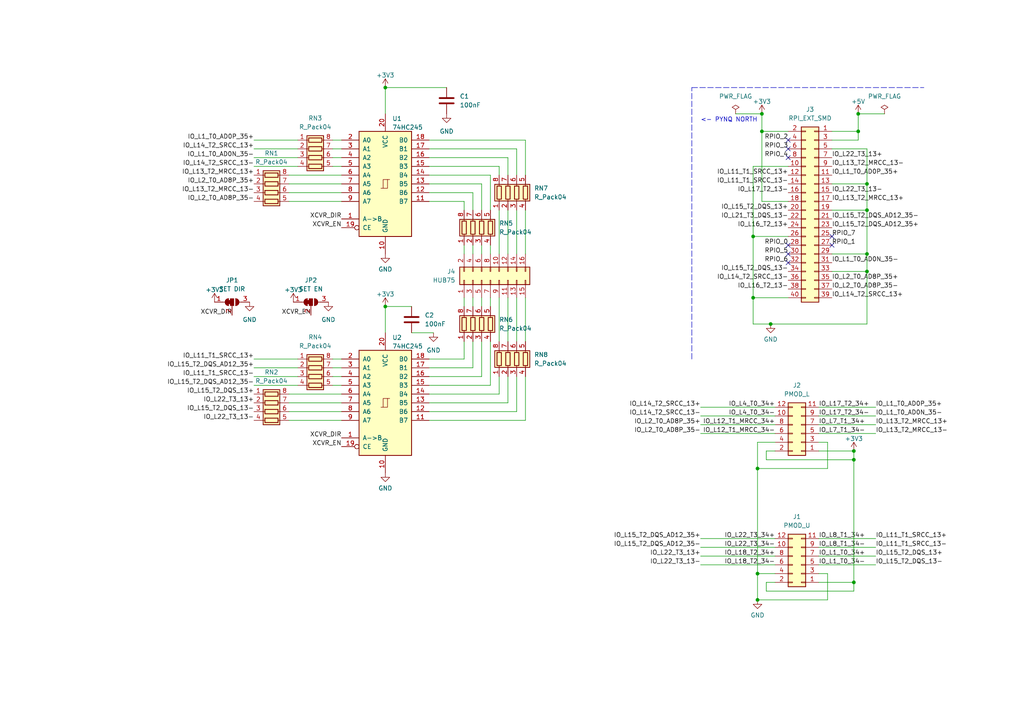
<source format=kicad_sch>
(kicad_sch (version 20211123) (generator eeschema)
  (paper "A4")
  (lib_symbols
    (symbol "74xx:74HC245" (pin_names (offset 1.016))
      (property "Reference" "U" (at -7.62 16.51 0))
      (property "Value" "74HC245" (at -7.62 -16.51 0))
      (symbol "74HC245_1_0"
        (polyline (pts (xy -0.635 -1.27) (xy -0.635 1.27) (xy 0.635 1.27)))
        (polyline (pts (xy -1.27 -1.27) (xy 0.635 -1.27) (xy 0.635 1.27) (xy 1.27 1.27)))
        (pin input line (at -12.7 -10.16 0) (length 5.08) (name "A->B") (number "1"))
        (pin power_in line (at 0 -20.32 90) (length 5.08) (name "GND") (number "10"))
        (pin tri_state line (at 12.7 -5.08 180) (length 5.08) (name "B7") (number "11"))
        (pin tri_state line (at 12.7 -2.54 180) (length 5.08) (name "B6") (number "12"))
        (pin tri_state line (at 12.7 0 180) (length 5.08) (name "B5") (number "13"))
        (pin tri_state line (at 12.7 2.54 180) (length 5.08) (name "B4") (number "14"))
        (pin tri_state line (at 12.7 5.08 180) (length 5.08) (name "B3") (number "15"))
        (pin tri_state line (at 12.7 7.62 180) (length 5.08) (name "B2") (number "16"))
        (pin tri_state line (at 12.7 10.16 180) (length 5.08) (name "B1") (number "17"))
        (pin tri_state line (at 12.7 12.7 180) (length 5.08) (name "B0") (number "18"))
        (pin input inverted (at -12.7 -12.7 0) (length 5.08) (name "CE") (number "19"))
        (pin tri_state line (at -12.7 12.7 0) (length 5.08) (name "A0") (number "2"))
        (pin power_in line (at 0 20.32 270) (length 5.08) (name "VCC") (number "20"))
        (pin tri_state line (at -12.7 10.16 0) (length 5.08) (name "A1") (number "3"))
        (pin tri_state line (at -12.7 7.62 0) (length 5.08) (name "A2") (number "4"))
        (pin tri_state line (at -12.7 5.08 0) (length 5.08) (name "A3") (number "5"))
        (pin tri_state line (at -12.7 2.54 0) (length 5.08) (name "A4") (number "6"))
        (pin tri_state line (at -12.7 0 0) (length 5.08) (name "A5") (number "7"))
        (pin tri_state line (at -12.7 -2.54 0) (length 5.08) (name "A6") (number "8"))
        (pin tri_state line (at -12.7 -5.08 0) (length 5.08) (name "A7") (number "9"))
      )
      (symbol "74HC245_1_1"
        (rectangle (start -7.62 15.24) (end 7.62 -15.24) (stroke (width 0.254)) (fill (type background)))
      )
    )
    (symbol "Connector_Generic:Conn_02x06_Odd_Even" (pin_names (offset 1.016) hide)
      (property "Reference" "J" (at 1.27 7.62 0))
      (property "Value" "Conn_02x06_Odd_Even" (at 1.27 -10.16 0))
      (symbol "Conn_02x06_Odd_Even_1_1"
        (rectangle (start -1.27 -7.493) (end 0 -7.747) (stroke (width 0.1524)))
        (rectangle (start -1.27 -4.953) (end 0 -5.207) (stroke (width 0.1524)))
        (rectangle (start -1.27 -2.413) (end 0 -2.667) (stroke (width 0.1524)))
        (rectangle (start -1.27 0.127) (end 0 -0.127) (stroke (width 0.1524)))
        (rectangle (start -1.27 2.667) (end 0 2.413) (stroke (width 0.1524)))
        (rectangle (start -1.27 5.207) (end 0 4.953) (stroke (width 0.1524)))
        (rectangle (start -1.27 6.35) (end 3.81 -8.89) (stroke (width 0.254)) (fill (type background)))
        (rectangle (start 3.81 -7.493) (end 2.54 -7.747) (stroke (width 0.1524)))
        (rectangle (start 3.81 -4.953) (end 2.54 -5.207) (stroke (width 0.1524)))
        (rectangle (start 3.81 -2.413) (end 2.54 -2.667) (stroke (width 0.1524)))
        (rectangle (start 3.81 0.127) (end 2.54 -0.127) (stroke (width 0.1524)))
        (rectangle (start 3.81 2.667) (end 2.54 2.413) (stroke (width 0.1524)))
        (rectangle (start 3.81 5.207) (end 2.54 4.953) (stroke (width 0.1524)))
        (pin passive line (at -5.08 5.08 0) (length 3.81) (name "Pin_1") (number "1"))
        (pin passive line (at 7.62 -5.08 180) (length 3.81) (name "Pin_10") (number "10"))
        (pin passive line (at -5.08 -7.62 0) (length 3.81) (name "Pin_11") (number "11"))
        (pin passive line (at 7.62 -7.62 180) (length 3.81) (name "Pin_12") (number "12"))
        (pin passive line (at 7.62 5.08 180) (length 3.81) (name "Pin_2") (number "2"))
        (pin passive line (at -5.08 2.54 0) (length 3.81) (name "Pin_3") (number "3"))
        (pin passive line (at 7.62 2.54 180) (length 3.81) (name "Pin_4") (number "4"))
        (pin passive line (at -5.08 0 0) (length 3.81) (name "Pin_5") (number "5"))
        (pin passive line (at 7.62 0 180) (length 3.81) (name "Pin_6") (number "6"))
        (pin passive line (at -5.08 -2.54 0) (length 3.81) (name "Pin_7") (number "7"))
        (pin passive line (at 7.62 -2.54 180) (length 3.81) (name "Pin_8") (number "8"))
        (pin passive line (at -5.08 -5.08 0) (length 3.81) (name "Pin_9") (number "9"))
      )
    )
    (symbol "Connector_Generic:Conn_02x08_Odd_Even" (pin_names (offset 1.016) hide)
      (property "Reference" "J" (at 1.27 10.16 0))
      (property "Value" "Conn_02x08_Odd_Even" (at 1.27 -12.7 0))
      (symbol "Conn_02x08_Odd_Even_1_1"
        (rectangle (start -1.27 -10.033) (end 0 -10.287) (stroke (width 0.1524)))
        (rectangle (start -1.27 -7.493) (end 0 -7.747) (stroke (width 0.1524)))
        (rectangle (start -1.27 -4.953) (end 0 -5.207) (stroke (width 0.1524)))
        (rectangle (start -1.27 -2.413) (end 0 -2.667) (stroke (width 0.1524)))
        (rectangle (start -1.27 0.127) (end 0 -0.127) (stroke (width 0.1524)))
        (rectangle (start -1.27 2.667) (end 0 2.413) (stroke (width 0.1524)))
        (rectangle (start -1.27 5.207) (end 0 4.953) (stroke (width 0.1524)))
        (rectangle (start -1.27 7.747) (end 0 7.493) (stroke (width 0.1524)))
        (rectangle (start -1.27 8.89) (end 3.81 -11.43) (stroke (width 0.254)) (fill (type background)))
        (rectangle (start 3.81 -10.033) (end 2.54 -10.287) (stroke (width 0.1524)))
        (rectangle (start 3.81 -7.493) (end 2.54 -7.747) (stroke (width 0.1524)))
        (rectangle (start 3.81 -4.953) (end 2.54 -5.207) (stroke (width 0.1524)))
        (rectangle (start 3.81 -2.413) (end 2.54 -2.667) (stroke (width 0.1524)))
        (rectangle (start 3.81 0.127) (end 2.54 -0.127) (stroke (width 0.1524)))
        (rectangle (start 3.81 2.667) (end 2.54 2.413) (stroke (width 0.1524)))
        (rectangle (start 3.81 5.207) (end 2.54 4.953) (stroke (width 0.1524)))
        (rectangle (start 3.81 7.747) (end 2.54 7.493) (stroke (width 0.1524)))
        (pin passive line (at -5.08 7.62 0) (length 3.81) (name "Pin_1") (number "1"))
        (pin passive line (at 7.62 -2.54 180) (length 3.81) (name "Pin_10") (number "10"))
        (pin passive line (at -5.08 -5.08 0) (length 3.81) (name "Pin_11") (number "11"))
        (pin passive line (at 7.62 -5.08 180) (length 3.81) (name "Pin_12") (number "12"))
        (pin passive line (at -5.08 -7.62 0) (length 3.81) (name "Pin_13") (number "13"))
        (pin passive line (at 7.62 -7.62 180) (length 3.81) (name "Pin_14") (number "14"))
        (pin passive line (at -5.08 -10.16 0) (length 3.81) (name "Pin_15") (number "15"))
        (pin passive line (at 7.62 -10.16 180) (length 3.81) (name "Pin_16") (number "16"))
        (pin passive line (at 7.62 7.62 180) (length 3.81) (name "Pin_2") (number "2"))
        (pin passive line (at -5.08 5.08 0) (length 3.81) (name "Pin_3") (number "3"))
        (pin passive line (at 7.62 5.08 180) (length 3.81) (name "Pin_4") (number "4"))
        (pin passive line (at -5.08 2.54 0) (length 3.81) (name "Pin_5") (number "5"))
        (pin passive line (at 7.62 2.54 180) (length 3.81) (name "Pin_6") (number "6"))
        (pin passive line (at -5.08 0 0) (length 3.81) (name "Pin_7") (number "7"))
        (pin passive line (at 7.62 0 180) (length 3.81) (name "Pin_8") (number "8"))
        (pin passive line (at -5.08 -2.54 0) (length 3.81) (name "Pin_9") (number "9"))
      )
    )
    (symbol "Connector_Generic:Conn_02x20_Odd_Even" (pin_names (offset 1.016) hide)
      (property "Reference" "J" (at 1.27 25.4 0))
      (property "Value" "Conn_02x20_Odd_Even" (at 1.27 -27.94 0))
      (symbol "Conn_02x20_Odd_Even_1_1"
        (rectangle (start -1.27 -25.273) (end 0 -25.527) (stroke (width 0.1524)))
        (rectangle (start -1.27 -22.733) (end 0 -22.987) (stroke (width 0.1524)))
        (rectangle (start -1.27 -20.193) (end 0 -20.447) (stroke (width 0.1524)))
        (rectangle (start -1.27 -17.653) (end 0 -17.907) (stroke (width 0.1524)))
        (rectangle (start -1.27 -15.113) (end 0 -15.367) (stroke (width 0.1524)))
        (rectangle (start -1.27 -12.573) (end 0 -12.827) (stroke (width 0.1524)))
        (rectangle (start -1.27 -10.033) (end 0 -10.287) (stroke (width 0.1524)))
        (rectangle (start -1.27 -7.493) (end 0 -7.747) (stroke (width 0.1524)))
        (rectangle (start -1.27 -4.953) (end 0 -5.207) (stroke (width 0.1524)))
        (rectangle (start -1.27 -2.413) (end 0 -2.667) (stroke (width 0.1524)))
        (rectangle (start -1.27 0.127) (end 0 -0.127) (stroke (width 0.1524)))
        (rectangle (start -1.27 2.667) (end 0 2.413) (stroke (width 0.1524)))
        (rectangle (start -1.27 5.207) (end 0 4.953) (stroke (width 0.1524)))
        (rectangle (start -1.27 7.747) (end 0 7.493) (stroke (width 0.1524)))
        (rectangle (start -1.27 10.287) (end 0 10.033) (stroke (width 0.1524)))
        (rectangle (start -1.27 12.827) (end 0 12.573) (stroke (width 0.1524)))
        (rectangle (start -1.27 15.367) (end 0 15.113) (stroke (width 0.1524)))
        (rectangle (start -1.27 17.907) (end 0 17.653) (stroke (width 0.1524)))
        (rectangle (start -1.27 20.447) (end 0 20.193) (stroke (width 0.1524)))
        (rectangle (start -1.27 22.987) (end 0 22.733) (stroke (width 0.1524)))
        (rectangle (start -1.27 24.13) (end 3.81 -26.67) (stroke (width 0.254)) (fill (type background)))
        (rectangle (start 3.81 -25.273) (end 2.54 -25.527) (stroke (width 0.1524)))
        (rectangle (start 3.81 -22.733) (end 2.54 -22.987) (stroke (width 0.1524)))
        (rectangle (start 3.81 -20.193) (end 2.54 -20.447) (stroke (width 0.1524)))
        (rectangle (start 3.81 -17.653) (end 2.54 -17.907) (stroke (width 0.1524)))
        (rectangle (start 3.81 -15.113) (end 2.54 -15.367) (stroke (width 0.1524)))
        (rectangle (start 3.81 -12.573) (end 2.54 -12.827) (stroke (width 0.1524)))
        (rectangle (start 3.81 -10.033) (end 2.54 -10.287) (stroke (width 0.1524)))
        (rectangle (start 3.81 -7.493) (end 2.54 -7.747) (stroke (width 0.1524)))
        (rectangle (start 3.81 -4.953) (end 2.54 -5.207) (stroke (width 0.1524)))
        (rectangle (start 3.81 -2.413) (end 2.54 -2.667) (stroke (width 0.1524)))
        (rectangle (start 3.81 0.127) (end 2.54 -0.127) (stroke (width 0.1524)))
        (rectangle (start 3.81 2.667) (end 2.54 2.413) (stroke (width 0.1524)))
        (rectangle (start 3.81 5.207) (end 2.54 4.953) (stroke (width 0.1524)))
        (rectangle (start 3.81 7.747) (end 2.54 7.493) (stroke (width 0.1524)))
        (rectangle (start 3.81 10.287) (end 2.54 10.033) (stroke (width 0.1524)))
        (rectangle (start 3.81 12.827) (end 2.54 12.573) (stroke (width 0.1524)))
        (rectangle (start 3.81 15.367) (end 2.54 15.113) (stroke (width 0.1524)))
        (rectangle (start 3.81 17.907) (end 2.54 17.653) (stroke (width 0.1524)))
        (rectangle (start 3.81 20.447) (end 2.54 20.193) (stroke (width 0.1524)))
        (rectangle (start 3.81 22.987) (end 2.54 22.733) (stroke (width 0.1524)))
        (pin passive line (at -5.08 22.86 0) (length 3.81) (name "Pin_1") (number "1"))
        (pin passive line (at 7.62 12.7 180) (length 3.81) (name "Pin_10") (number "10"))
        (pin passive line (at -5.08 10.16 0) (length 3.81) (name "Pin_11") (number "11"))
        (pin passive line (at 7.62 10.16 180) (length 3.81) (name "Pin_12") (number "12"))
        (pin passive line (at -5.08 7.62 0) (length 3.81) (name "Pin_13") (number "13"))
        (pin passive line (at 7.62 7.62 180) (length 3.81) (name "Pin_14") (number "14"))
        (pin passive line (at -5.08 5.08 0) (length 3.81) (name "Pin_15") (number "15"))
        (pin passive line (at 7.62 5.08 180) (length 3.81) (name "Pin_16") (number "16"))
        (pin passive line (at -5.08 2.54 0) (length 3.81) (name "Pin_17") (number "17"))
        (pin passive line (at 7.62 2.54 180) (length 3.81) (name "Pin_18") (number "18"))
        (pin passive line (at -5.08 0 0) (length 3.81) (name "Pin_19") (number "19"))
        (pin passive line (at 7.62 22.86 180) (length 3.81) (name "Pin_2") (number "2"))
        (pin passive line (at 7.62 0 180) (length 3.81) (name "Pin_20") (number "20"))
        (pin passive line (at -5.08 -2.54 0) (length 3.81) (name "Pin_21") (number "21"))
        (pin passive line (at 7.62 -2.54 180) (length 3.81) (name "Pin_22") (number "22"))
        (pin passive line (at -5.08 -5.08 0) (length 3.81) (name "Pin_23") (number "23"))
        (pin passive line (at 7.62 -5.08 180) (length 3.81) (name "Pin_24") (number "24"))
        (pin passive line (at -5.08 -7.62 0) (length 3.81) (name "Pin_25") (number "25"))
        (pin passive line (at 7.62 -7.62 180) (length 3.81) (name "Pin_26") (number "26"))
        (pin passive line (at -5.08 -10.16 0) (length 3.81) (name "Pin_27") (number "27"))
        (pin passive line (at 7.62 -10.16 180) (length 3.81) (name "Pin_28") (number "28"))
        (pin passive line (at -5.08 -12.7 0) (length 3.81) (name "Pin_29") (number "29"))
        (pin passive line (at -5.08 20.32 0) (length 3.81) (name "Pin_3") (number "3"))
        (pin passive line (at 7.62 -12.7 180) (length 3.81) (name "Pin_30") (number "30"))
        (pin passive line (at -5.08 -15.24 0) (length 3.81) (name "Pin_31") (number "31"))
        (pin passive line (at 7.62 -15.24 180) (length 3.81) (name "Pin_32") (number "32"))
        (pin passive line (at -5.08 -17.78 0) (length 3.81) (name "Pin_33") (number "33"))
        (pin passive line (at 7.62 -17.78 180) (length 3.81) (name "Pin_34") (number "34"))
        (pin passive line (at -5.08 -20.32 0) (length 3.81) (name "Pin_35") (number "35"))
        (pin passive line (at 7.62 -20.32 180) (length 3.81) (name "Pin_36") (number "36"))
        (pin passive line (at -5.08 -22.86 0) (length 3.81) (name "Pin_37") (number "37"))
        (pin passive line (at 7.62 -22.86 180) (length 3.81) (name "Pin_38") (number "38"))
        (pin passive line (at -5.08 -25.4 0) (length 3.81) (name "Pin_39") (number "39"))
        (pin passive line (at 7.62 20.32 180) (length 3.81) (name "Pin_4") (number "4"))
        (pin passive line (at 7.62 -25.4 180) (length 3.81) (name "Pin_40") (number "40"))
        (pin passive line (at -5.08 17.78 0) (length 3.81) (name "Pin_5") (number "5"))
        (pin passive line (at 7.62 17.78 180) (length 3.81) (name "Pin_6") (number "6"))
        (pin passive line (at -5.08 15.24 0) (length 3.81) (name "Pin_7") (number "7"))
        (pin passive line (at 7.62 15.24 180) (length 3.81) (name "Pin_8") (number "8"))
        (pin passive line (at -5.08 12.7 0) (length 3.81) (name "Pin_9") (number "9"))
      )
    )
    (symbol "Device:C" (pin_numbers hide) (pin_names (offset 0.254))
      (property "Reference" "C" (at 0.635 2.54 0))
      (property "Value" "C" (at 0.635 -2.54 0))
      (symbol "C_0_1"
        (polyline (pts (xy -2.032 -0.762) (xy 2.032 -0.762)) (stroke (width 0.508)))
        (polyline (pts (xy -2.032 0.762) (xy 2.032 0.762)) (stroke (width 0.508)))
      )
      (symbol "C_1_1"
        (pin passive line (at 0 3.81 270) (length 2.794) (name "~") (number "1"))
        (pin passive line (at 0 -3.81 90) (length 2.794) (name "~") (number "2"))
      )
    )
    (symbol "Device:R_Pack04" (pin_names (offset 0) hide)
      (property "Reference" "RN" (at -7.62 0 90))
      (property "Value" "R_Pack04" (at 5.08 0 90))
      (symbol "R_Pack04_0_1"
        (rectangle (start -6.35 -2.413) (end 3.81 2.413) (stroke (width 0.254)) (fill (type background)))
        (rectangle (start -5.715 1.905) (end -4.445 -1.905) (stroke (width 0.254)))
        (rectangle (start -3.175 1.905) (end -1.905 -1.905) (stroke (width 0.254)))
        (rectangle (start -0.635 1.905) (end 0.635 -1.905) (stroke (width 0.254)))
        (polyline (pts (xy -5.08 -2.54) (xy -5.08 -1.905)))
        (polyline (pts (xy -5.08 1.905) (xy -5.08 2.54)))
        (polyline (pts (xy -2.54 -2.54) (xy -2.54 -1.905)))
        (polyline (pts (xy -2.54 1.905) (xy -2.54 2.54)))
        (polyline (pts (xy 0 -2.54) (xy 0 -1.905)))
        (polyline (pts (xy 0 1.905) (xy 0 2.54)))
        (polyline (pts (xy 2.54 -2.54) (xy 2.54 -1.905)))
        (polyline (pts (xy 2.54 1.905) (xy 2.54 2.54)))
        (rectangle (start 1.905 1.905) (end 3.175 -1.905) (stroke (width 0.254)))
      )
      (symbol "R_Pack04_1_1"
        (pin passive line (at -5.08 -5.08 90) (length 2.54) (name "R1.1") (number "1"))
        (pin passive line (at -2.54 -5.08 90) (length 2.54) (name "R2.1") (number "2"))
        (pin passive line (at 0 -5.08 90) (length 2.54) (name "R3.1") (number "3"))
        (pin passive line (at 2.54 -5.08 90) (length 2.54) (name "R4.1") (number "4"))
        (pin passive line (at 2.54 5.08 270) (length 2.54) (name "R4.2") (number "5"))
        (pin passive line (at 0 5.08 270) (length 2.54) (name "R3.2") (number "6"))
        (pin passive line (at -2.54 5.08 270) (length 2.54) (name "R2.2") (number "7"))
        (pin passive line (at -5.08 5.08 270) (length 2.54) (name "R1.2") (number "8"))
      )
    )
    (symbol "Jumper:SolderJumper_3_Bridged12" (pin_names (offset 0) hide)
      (property "Reference" "JP" (at -2.54 -2.54 0))
      (property "Value" "SolderJumper_3_Bridged12" (at 0 2.794 0))
      (symbol "SolderJumper_3_Bridged12_0_1"
        (rectangle (start -1.016 0.508) (end -0.508 -0.508) (fill (type outline)))
        (arc (start -1.016 1.016) (mid -2.032 0) (end -1.016 -1.016))
        (arc (start -1.016 1.016) (mid -2.032 0) (end -1.016 -1.016) (fill (type outline)))
        (rectangle (start -0.508 1.016) (end 0.508 -1.016) (fill (type outline)))
        (polyline (pts (xy -2.54 0) (xy -2.032 0)))
        (polyline (pts (xy -1.016 1.016) (xy -1.016 -1.016)))
        (polyline (pts (xy 0 -1.27) (xy 0 -1.016)))
        (polyline (pts (xy 1.016 1.016) (xy 1.016 -1.016)))
        (polyline (pts (xy 2.54 0) (xy 2.032 0)))
        (arc (start 1.016 -1.016) (mid 2.032 0) (end 1.016 1.016))
        (arc (start 1.016 -1.016) (mid 2.032 0) (end 1.016 1.016) (fill (type outline)))
      )
      (symbol "SolderJumper_3_Bridged12_1_1"
        (pin passive line (at -5.08 0 0) (length 2.54) (name "A") (number "1"))
        (pin passive line (at 0 -3.81 90) (length 2.54) (name "C") (number "2"))
        (pin passive line (at 5.08 0 180) (length 2.54) (name "B") (number "3"))
      )
    )
    (symbol "power:+3V3" (power) (pin_names (offset 0))
      (property "Value" "+3V3" (at 0 3.556 0))
      (symbol "+3V3_0_1"
        (polyline (pts (xy -0.762 1.27) (xy 0 2.54)))
        (polyline (pts (xy 0 0) (xy 0 2.54)))
        (polyline (pts (xy 0 2.54) (xy 0.762 1.27)))
      )
      (symbol "+3V3_1_1"
        (pin power_in line (at 0 0 90) (length 0) hide (name "+3V3") (number "1"))
      )
    )
    (symbol "power:+5V" (power) (pin_names (offset 0))
      (property "Value" "+5V" (at 0 3.556 0))
      (symbol "+5V_0_1"
        (polyline (pts (xy -0.762 1.27) (xy 0 2.54)))
        (polyline (pts (xy 0 0) (xy 0 2.54)))
        (polyline (pts (xy 0 2.54) (xy 0.762 1.27)))
      )
      (symbol "+5V_1_1"
        (pin power_in line (at 0 0 90) (length 0) hide (name "+5V") (number "1"))
      )
    )
    (symbol "power:GND" (power) (pin_names (offset 0))
      (property "Value" "GND" (at 0 -3.81 0))
      (symbol "GND_0_1"
        (polyline (pts (xy 0 0) (xy 0 -1.27) (xy 1.27 -1.27) (xy 0 -2.54) (xy -1.27 -1.27) (xy 0 -1.27)))
      )
      (symbol "GND_1_1"
        (pin power_in line (at 0 0 270) (length 0) hide (name "GND") (number "1"))
      )
    )
    (symbol "power:PWR_FLAG" (power) (pin_numbers hide) (pin_names (offset 0) hide)
      (property "Value" "PWR_FLAG" (at 0 3.81 0))
      (symbol "PWR_FLAG_0_0"
        (pin power_out line (at 0 0 90) (length 0) (name "pwr") (number "1"))
      )
      (symbol "PWR_FLAG_0_1"
        (polyline (pts (xy 0 0) (xy 0 1.27) (xy -1.016 1.905) (xy 0 2.54) (xy 1.016 1.905) (xy 0 1.27)))
      )
    )
  )
  (junction (at 219.71 173.99))
  (junction (at 219.71 135.89))
  (junction (at 247.65 168.91))
  (junction (at 251.46 78.74))
  (junction (at 218.44 68.58))
  (junction (at 111.76 25.4))
  (junction (at 111.76 88.9))
  (junction (at 248.92 33.02))
  (junction (at 251.46 53.34))
  (junction (at 220.98 38.1))
  (junction (at 248.92 38.1))
  (junction (at 220.98 33.02))
  (junction (at 223.52 93.98))
  (junction (at 247.65 130.81))
  (junction (at 218.44 86.36))
  (junction (at 219.71 166.37))
  (junction (at 251.46 73.66))
  (junction (at 247.65 133.35))
  (junction (at 251.46 60.96))
  (no_connect (at 228.6 71.12))
  (no_connect (at 228.6 76.2))
  (no_connect (at 241.3 68.58))
  (no_connect (at 228.6 43.18))
  (no_connect (at 228.6 40.64))
  (no_connect (at 228.6 73.66))
  (no_connect (at 241.3 71.12))
  (no_connect (at 228.6 45.72))
  (wire (pts (xy 144.78 48.26) (xy 144.78 50.8)))
  (wire (pts (xy 137.16 71.12) (xy 137.16 73.66)))
  (wire (pts (xy 73.66 104.14) (xy 86.36 104.14)))
  (wire (pts (xy 248.92 40.64) (xy 248.92 38.1)))
  (wire (pts (xy 142.24 50.8) (xy 142.24 60.96)))
  (wire (pts (xy 254 161.29) (xy 237.49 161.29)))
  (wire (pts (xy 240.03 173.99) (xy 219.71 173.99)))
  (wire (pts (xy 241.3 43.18) (xy 251.46 43.18)))
  (wire (pts (xy 224.79 163.83) (xy 203.2 163.83)))
  (wire (pts (xy 83.82 121.92) (xy 99.06 121.92)))
  (wire (pts (xy 96.52 43.18) (xy 99.06 43.18)))
  (wire (pts (xy 254 158.75) (xy 237.49 158.75)))
  (wire (pts (xy 134.62 88.9) (xy 134.62 86.36)))
  (wire (pts (xy 228.6 58.42) (xy 220.98 58.42)))
  (wire (pts (xy 220.98 38.1) (xy 228.6 38.1)))
  (wire (pts (xy 254 156.21) (xy 237.49 156.21)))
  (wire (pts (xy 222.25 130.81) (xy 224.79 130.81)))
  (wire (pts (xy 96.52 106.68) (xy 99.06 106.68)))
  (wire (pts (xy 111.76 88.9) (xy 119.38 88.9)))
  (wire (pts (xy 248.92 33.02) (xy 256.54 33.02)))
  (wire (pts (xy 247.65 133.35) (xy 222.25 133.35)))
  (wire (pts (xy 152.4 40.64) (xy 152.4 50.8)))
  (wire (pts (xy 251.46 60.96) (xy 251.46 73.66)))
  (wire (pts (xy 149.86 60.96) (xy 149.86 73.66)))
  (wire (pts (xy 83.82 50.8) (xy 99.06 50.8)))
  (wire (pts (xy 73.66 43.18) (xy 86.36 43.18)))
  (wire (pts (xy 73.66 106.68) (xy 86.36 106.68)))
  (wire (pts (xy 247.65 130.81) (xy 247.65 133.35)))
  (wire (pts (xy 142.24 71.12) (xy 142.24 73.66)))
  (wire (pts (xy 147.32 45.72) (xy 147.32 50.8)))
  (wire (pts (xy 254 118.11) (xy 237.49 118.11)))
  (wire (pts (xy 219.71 135.89) (xy 219.71 166.37)))
  (wire (pts (xy 147.32 109.22) (xy 147.32 116.84)))
  (wire (pts (xy 73.66 111.76) (xy 86.36 111.76)))
  (wire (pts (xy 224.79 158.75) (xy 203.2 158.75)))
  (wire (pts (xy 144.78 99.06) (xy 144.78 86.36)))
  (wire (pts (xy 83.82 114.3) (xy 99.06 114.3)))
  (wire (pts (xy 137.16 99.06) (xy 137.16 106.68)))
  (wire (pts (xy 224.79 156.21) (xy 203.2 156.21)))
  (wire (pts (xy 124.46 58.42) (xy 134.62 58.42)))
  (wire (pts (xy 73.66 45.72) (xy 86.36 45.72)))
  (wire (pts (xy 134.62 99.06) (xy 134.62 104.14)))
  (wire (pts (xy 83.82 119.38) (xy 99.06 119.38)))
  (wire (pts (xy 251.46 73.66) (xy 251.46 78.74)))
  (wire (pts (xy 124.46 114.3) (xy 144.78 114.3)))
  (wire (pts (xy 149.86 43.18) (xy 149.86 50.8)))
  (wire (pts (xy 220.98 58.42) (xy 220.98 38.1)))
  (wire (pts (xy 124.46 119.38) (xy 149.86 119.38)))
  (wire (pts (xy 213.36 33.02) (xy 220.98 33.02)))
  (wire (pts (xy 139.7 53.34) (xy 139.7 60.96)))
  (wire (pts (xy 124.46 106.68) (xy 137.16 106.68)))
  (wire (pts (xy 134.62 58.42) (xy 134.62 60.96)))
  (wire (pts (xy 124.46 55.88) (xy 137.16 55.88)))
  (wire (pts (xy 111.76 25.4) (xy 129.54 25.4)))
  (wire (pts (xy 139.7 53.34) (xy 124.46 53.34)))
  (wire (pts (xy 83.82 58.42) (xy 99.06 58.42)))
  (polyline (pts (xy 200.66 25.4) (xy 267.97 25.4)))
  (wire (pts (xy 83.82 116.84) (xy 99.06 116.84)))
  (wire (pts (xy 96.52 104.14) (xy 99.06 104.14)))
  (wire (pts (xy 219.71 135.89) (xy 219.71 128.27)))
  (wire (pts (xy 147.32 60.96) (xy 147.32 73.66)))
  (wire (pts (xy 134.62 71.12) (xy 134.62 73.66)))
  (wire (pts (xy 218.44 93.98) (xy 218.44 86.36)))
  (wire (pts (xy 224.79 118.11) (xy 203.2 118.11)))
  (wire (pts (xy 139.7 71.12) (xy 139.7 73.66)))
  (wire (pts (xy 251.46 53.34) (xy 251.46 60.96)))
  (wire (pts (xy 224.79 120.65) (xy 203.2 120.65)))
  (wire (pts (xy 219.71 166.37) (xy 224.79 166.37)))
  (wire (pts (xy 224.79 125.73) (xy 203.2 125.73)))
  (wire (pts (xy 241.3 40.64) (xy 248.92 40.64)))
  (wire (pts (xy 96.52 111.76) (xy 99.06 111.76)))
  (wire (pts (xy 222.25 168.91) (xy 224.79 168.91)))
  (wire (pts (xy 248.92 38.1) (xy 248.92 33.02)))
  (wire (pts (xy 220.98 33.02) (xy 220.98 38.1)))
  (wire (pts (xy 124.46 109.22) (xy 139.7 109.22)))
  (wire (pts (xy 111.76 96.52) (xy 111.76 88.9)))
  (wire (pts (xy 218.44 93.98) (xy 223.52 93.98)))
  (wire (pts (xy 124.46 121.92) (xy 152.4 121.92)))
  (wire (pts (xy 73.66 48.26) (xy 86.36 48.26)))
  (wire (pts (xy 254 163.83) (xy 237.49 163.83)))
  (wire (pts (xy 139.7 99.06) (xy 139.7 109.22)))
  (wire (pts (xy 241.3 53.34) (xy 251.46 53.34)))
  (wire (pts (xy 247.65 168.91) (xy 237.49 168.91)))
  (wire (pts (xy 218.44 68.58) (xy 218.44 86.36)))
  (wire (pts (xy 124.46 111.76) (xy 142.24 111.76)))
  (wire (pts (xy 241.3 73.66) (xy 251.46 73.66)))
  (wire (pts (xy 240.03 135.89) (xy 219.71 135.89)))
  (wire (pts (xy 254 120.65) (xy 237.49 120.65)))
  (wire (pts (xy 147.32 99.06) (xy 147.32 86.36)))
  (wire (pts (xy 152.4 99.06) (xy 152.4 86.36)))
  (wire (pts (xy 124.46 48.26) (xy 144.78 48.26)))
  (polyline (pts (xy 200.66 104.14) (xy 200.66 25.4)))
  (wire (pts (xy 73.66 40.64) (xy 86.36 40.64)))
  (wire (pts (xy 228.6 48.26) (xy 218.44 48.26)))
  (wire (pts (xy 237.49 130.81) (xy 247.65 130.81)))
  (wire (pts (xy 124.46 104.14) (xy 134.62 104.14)))
  (wire (pts (xy 219.71 173.99) (xy 219.71 166.37)))
  (wire (pts (xy 139.7 88.9) (xy 139.7 86.36)))
  (wire (pts (xy 96.52 48.26) (xy 99.06 48.26)))
  (wire (pts (xy 241.3 60.96) (xy 251.46 60.96)))
  (wire (pts (xy 144.78 60.96) (xy 144.78 73.66)))
  (wire (pts (xy 119.38 96.52) (xy 125.73 96.52)))
  (wire (pts (xy 237.49 128.27) (xy 240.03 128.27)))
  (wire (pts (xy 254 125.73) (xy 237.49 125.73)))
  (wire (pts (xy 224.79 123.19) (xy 203.2 123.19)))
  (wire (pts (xy 73.66 109.22) (xy 86.36 109.22)))
  (wire (pts (xy 241.3 78.74) (xy 251.46 78.74)))
  (wire (pts (xy 144.78 109.22) (xy 144.78 114.3)))
  (wire (pts (xy 247.65 171.45) (xy 222.25 171.45)))
  (wire (pts (xy 218.44 68.58) (xy 228.6 68.58)))
  (wire (pts (xy 124.46 116.84) (xy 147.32 116.84)))
  (wire (pts (xy 137.16 88.9) (xy 137.16 86.36)))
  (wire (pts (xy 224.79 161.29) (xy 203.2 161.29)))
  (wire (pts (xy 83.82 53.34) (xy 99.06 53.34)))
  (wire (pts (xy 240.03 128.27) (xy 240.03 135.89)))
  (wire (pts (xy 237.49 166.37) (xy 240.03 166.37)))
  (wire (pts (xy 149.86 99.06) (xy 149.86 86.36)))
  (wire (pts (xy 96.52 109.22) (xy 99.06 109.22)))
  (wire (pts (xy 111.76 33.02) (xy 111.76 25.4)))
  (wire (pts (xy 96.52 40.64) (xy 99.06 40.64)))
  (wire (pts (xy 137.16 55.88) (xy 137.16 60.96)))
  (wire (pts (xy 241.3 38.1) (xy 248.92 38.1)))
  (wire (pts (xy 149.86 109.22) (xy 149.86 119.38)))
  (wire (pts (xy 142.24 88.9) (xy 142.24 86.36)))
  (wire (pts (xy 247.65 168.91) (xy 247.65 171.45)))
  (wire (pts (xy 247.65 133.35) (xy 247.65 168.91)))
  (wire (pts (xy 83.82 55.88) (xy 99.06 55.88)))
  (wire (pts (xy 222.25 133.35) (xy 222.25 130.81)))
  (wire (pts (xy 124.46 40.64) (xy 152.4 40.64)))
  (wire (pts (xy 218.44 48.26) (xy 218.44 68.58)))
  (wire (pts (xy 96.52 45.72) (xy 99.06 45.72)))
  (wire (pts (xy 218.44 86.36) (xy 228.6 86.36)))
  (wire (pts (xy 124.46 43.18) (xy 149.86 43.18)))
  (wire (pts (xy 124.46 50.8) (xy 142.24 50.8)))
  (wire (pts (xy 124.46 45.72) (xy 147.32 45.72)))
  (wire (pts (xy 222.25 171.45) (xy 222.25 168.91)))
  (wire (pts (xy 251.46 93.98) (xy 223.52 93.98)))
  (wire (pts (xy 240.03 166.37) (xy 240.03 173.99)))
  (wire (pts (xy 152.4 109.22) (xy 152.4 121.92)))
  (wire (pts (xy 251.46 43.18) (xy 251.46 53.34)))
  (wire (pts (xy 251.46 78.74) (xy 251.46 93.98)))
  (wire (pts (xy 254 123.19) (xy 237.49 123.19)))
  (wire (pts (xy 219.71 128.27) (xy 224.79 128.27)))
  (wire (pts (xy 142.24 99.06) (xy 142.24 111.76)))
  (wire (pts (xy 152.4 60.96) (xy 152.4 73.66)))
  (text "<- PYNQ NORTH" (at 203.2 35.56 0) (effects (font (size 1.27 1.27)) (justify left bottom)))
  (label "IO_L18_T2_34+" (at 224.79 161.29 180))
  (label "IO_L13_T2_MRCC_13-" (at 241.3 48.26 0))
  (label "XCVR_EN" (at 99.06 66.04 180))
  (label "RPIO_1" (at 241.3 71.12 0))
  (label "IO_L22_T3_13+" (at 203.2 161.29 180))
  (label "IO_L13_T2_MRCC_13-" (at 254 125.73 0))
  (label "IO_L22_T3_13-" (at 241.3 55.88 0))
  (label "IO_L15_T2_DQS_13+" (at 73.66 114.3 180))
  (label "IO_L15_T2_DQS_AD12_35+" (at 203.2 156.21 180))
  (label "IO_L2_T0_AD8P_35+" (at 73.66 53.34 180))
  (label "IO_L16_T2_13+" (at 228.6 66.04 180))
  (label "IO_L1_T0_AD0P_35+" (at 241.3 50.8 0))
  (label "IO_L1_T0_34+" (at 237.49 161.29 0))
  (label "IO_L15_T2_DQS_13-" (at 73.66 119.38 180))
  (label "IO_L11_T1_SRCC_13+" (at 73.66 104.14 180))
  (label "RPIO_3" (at 228.6 43.18 180))
  (label "IO_L1_T0_AD0P_35+" (at 73.66 40.64 180))
  (label "IO_L2_T0_AD8P_35+" (at 241.3 81.28 0))
  (label "IO_L22_T3_34+" (at 224.79 156.21 180))
  (label "RPIO_4" (at 228.6 45.72 180))
  (label "XCVR_DIR" (at 67.31 91.44 180))
  (label "IO_L4_T0_34-" (at 224.79 120.65 180))
  (label "IO_L1_T0_AD0N_35-" (at 254 120.65 0))
  (label "IO_L7_T1_34+" (at 237.49 123.19 0))
  (label "IO_L15_T2_DQS_AD12_35-" (at 241.3 63.5 0))
  (label "RPIO_7" (at 241.3 68.58 0))
  (label "IO_L22_T3_13-" (at 73.66 121.92 180))
  (label "IO_L1_T0_34-" (at 237.49 163.83 0))
  (label "IO_L8_T1_34+" (at 237.49 156.21 0))
  (label "IO_L17_T2_13-" (at 228.6 55.88 180))
  (label "IO_L13_T2_MRCC_13+" (at 254 123.19 0))
  (label "IO_L17_T2_34+" (at 237.49 118.11 0))
  (label "IO_L15_T2_DQS_13-" (at 254 163.83 0))
  (label "IO_L22_T3_13+" (at 241.3 45.72 0))
  (label "IO_L15_T2_DQS_AD12_35-" (at 203.2 158.75 180))
  (label "IO_L13_T2_MRCC_13-" (at 73.66 55.88 180))
  (label "IO_L2_T0_AD8P_35-" (at 73.66 58.42 180))
  (label "IO_L13_T2_MRCC_13+" (at 241.3 58.42 0))
  (label "IO_L1_T0_AD0N_35-" (at 73.66 45.72 180))
  (label "IO_L11_T1_SRCC_13+" (at 228.6 50.8 180))
  (label "IO_L12_T1_MRCC_34+" (at 224.79 123.19 180))
  (label "IO_L16_T2_13-" (at 228.6 83.82 180))
  (label "IO_L15_T2_DQS_13-" (at 228.6 78.74 180))
  (label "IO_L8_T1_34-" (at 237.49 158.75 0))
  (label "IO_L14_T2_SRCC_13-" (at 203.2 120.65 180))
  (label "RPIO_6" (at 228.6 76.2 180))
  (label "IO_L15_T2_DQS_AD12_35+" (at 73.66 106.68 180))
  (label "IO_L22_T3_34-" (at 224.79 158.75 180))
  (label "IO_L15_T2_DQS_13+" (at 228.6 60.96 180))
  (label "RPIO_5" (at 228.6 73.66 180))
  (label "IO_L15_T2_DQS_AD12_35+" (at 241.3 66.04 0))
  (label "IO_L2_T0_AD8P_35-" (at 241.3 83.82 0))
  (label "RPIO_2" (at 228.6 40.64 180))
  (label "IO_L12_T1_MRCC_34-" (at 224.79 125.73 180))
  (label "IO_L17_T2_34-" (at 237.49 120.65 0))
  (label "IO_L22_T3_13+" (at 73.66 116.84 180))
  (label "IO_L7_T1_34-" (at 237.49 125.73 0))
  (label "XCVR_EN" (at 99.06 129.54 180))
  (label "XCVR_EN" (at 90.17 91.44 180))
  (label "IO_L14_T2_SRCC_13+" (at 73.66 43.18 180))
  (label "IO_L11_T1_SRCC_13-" (at 73.66 109.22 180))
  (label "XCVR_DIR" (at 99.06 63.5 180))
  (label "IO_L18_T2_34-" (at 224.79 163.83 180))
  (label "IO_L14_T2_SRCC_13+" (at 203.2 118.11 180))
  (label "IO_L1_T0_AD0N_35-" (at 241.3 76.2 0))
  (label "IO_L14_T2_SRCC_13-" (at 73.66 48.26 180))
  (label "IO_L22_T3_13-" (at 203.2 163.83 180))
  (label "IO_L15_T2_DQS_AD12_35-" (at 73.66 111.76 180))
  (label "IO_L4_T0_34+" (at 224.79 118.11 180))
  (label "IO_L21_T3_DQS_13-" (at 228.6 63.5 180))
  (label "XCVR_DIR" (at 99.06 127 180))
  (label "IO_L15_T2_DQS_13+" (at 254 161.29 0))
  (label "IO_L2_T0_AD8P_35-" (at 203.2 125.73 180))
  (label "IO_L11_T1_SRCC_13+" (at 254 156.21 0))
  (label "IO_L2_T0_AD8P_35+" (at 203.2 123.19 180))
  (label "IO_L11_T1_SRCC_13-" (at 228.6 53.34 180))
  (label "IO_L13_T2_MRCC_13+" (at 73.66 50.8 180))
  (label "IO_L14_T2_SRCC_13-" (at 228.6 81.28 180))
  (label "IO_L11_T1_SRCC_13-" (at 254 158.75 0))
  (label "IO_L1_T0_AD0P_35+" (at 254 118.11 0))
  (label "RPIO_0" (at 228.6 71.12 180))
  (label "IO_L14_T2_SRCC_13+" (at 241.3 86.36 0))
  (symbol (lib_id "Jumper:SolderJumper_3_Bridged12") (at 90.17 87.63 0) (unit 1)
    (property "Reference" "JP2" (at 90.17 81.28 0))
    (property "Value" "SET EN" (at 90.17 83.82 0))
    (property "Footprint" "Jumper:SolderJumper-3_P1.3mm_Bridged12_RoundedPad1.0x1.5mm_NumberLabels" (effects hide))
  )
  (symbol (lib_id "power:+3V3") (at 85.09 87.63 0) (unit 1)
    (property "Reference" "#PWR0111" (effects hide))
    (property "Value" "+3V3" (at 85.09 84.0542 0))
  )
  (symbol (lib_id "Connector_Generic:Conn_02x06_Odd_Even") (at 232.41 163.83 180) (unit 1)
    (property "Reference" "J1" (at 231.14 149.86 0))
    (property "Value" "PMOD_U" (at 231.14 152.4 0))
    (property "Footprint" "Connector_PinHeader_2.54mm:PinHeader_2x06_P2.54mm_Horizontal" (effects hide))
  )
  (symbol (lib_id "power:PWR_FLAG") (at 213.36 33.02 0) (unit 1)
    (property "Reference" "#FLG0101" (effects hide))
    (property "Value" "PWR_FLAG" (at 213.36 27.94 0))
  )
  (symbol (lib_id "Connector_Generic:Conn_02x08_Odd_Even") (at 142.24 81.28 90) (unit 1)
    (property "Reference" "J4" (at 132.08 78.7399 90) (effects (justify left)))
    (property "Value" "HUB75" (at 132.08 81.2799 90) (effects (justify left)))
    (property "Footprint" "Connector_PinHeader_2.54mm:PinHeader_2x08_P2.54mm_Vertical_SMD" (effects hide))
  )
  (symbol (lib_id "power:PWR_FLAG") (at 256.54 33.02 0) (unit 1)
    (property "Reference" "#FLG0102" (effects hide))
    (property "Value" "PWR_FLAG" (at 256.54 27.94 0))
  )
  (symbol (lib_id "Device:R_Pack04") (at 139.7 93.98 0) (unit 1)
    (property "Reference" "RN6" (at 144.78 92.7099 0) (effects (justify left)))
    (property "Value" "R_Pack04" (at 144.78 95.2499 0) (effects (justify left)))
    (property "Footprint" "Resistor_SMD:R_Array_Convex_4x0402" (effects hide))
  )
  (symbol (lib_id "Connector_Generic:Conn_02x06_Odd_Even") (at 232.41 125.73 180) (unit 1)
    (property "Reference" "J2" (at 231.14 111.76 0))
    (property "Value" "PMOD_L" (at 231.14 114.3 0))
    (property "Footprint" "Connector_PinHeader_2.54mm:PinHeader_2x06_P2.54mm_Horizontal" (effects hide))
  )
  (symbol (lib_id "Device:R_Pack04") (at 91.44 45.72 270) (unit 1)
    (property "Reference" "RN3" (at 91.44 34.29 90))
    (property "Value" "R_Pack04" (at 91.44 36.83 90))
    (property "Footprint" "Resistor_SMD:R_Array_Convex_4x0402" (effects hide))
  )
  (symbol (lib_id "Device:R_Pack04") (at 149.86 104.14 0) (unit 1)
    (property "Reference" "RN8" (at 154.94 102.8699 0) (effects (justify left)))
    (property "Value" "R_Pack04" (at 154.94 105.4099 0) (effects (justify left)))
    (property "Footprint" "Resistor_SMD:R_Array_Convex_4x0402" (effects hide))
  )
  (symbol (lib_id "Device:R_Pack04") (at 149.86 55.88 0) (unit 1)
    (property "Reference" "RN7" (at 154.94 54.6099 0) (effects (justify left)))
    (property "Value" "R_Pack04" (at 154.94 57.1499 0) (effects (justify left)))
    (property "Footprint" "Resistor_SMD:R_Array_Convex_4x0402" (effects hide))
  )
  (symbol (lib_id "74xx:74HC245") (at 111.76 53.34 0) (unit 1)
    (property "Reference" "U1" (at 113.7794 34.4002 0) (effects (justify left)))
    (property "Value" "74HC245" (at 113.7794 36.9371 0) (effects (justify left)))
    (property "Footprint" "Package_SO:TSSOP-20_4.4x6.5mm_P0.65mm" (effects hide))
    (property "Datasheet" "http://www.ti.com/lit/gpn/sn74HC245" (effects hide))
  )
  (symbol (lib_id "Device:R_Pack04") (at 139.7 66.04 0) (unit 1)
    (property "Reference" "RN5" (at 144.78 64.7699 0) (effects (justify left)))
    (property "Value" "R_Pack04" (at 144.78 67.3099 0) (effects (justify left)))
    (property "Footprint" "Resistor_SMD:R_Array_Convex_4x0402" (effects hide))
  )
  (symbol (lib_id "power:+3V3") (at 111.76 88.9 0) (unit 1)
    (property "Reference" "#PWR01" (effects hide))
    (property "Value" "+3V3" (at 111.76 85.3242 0))
  )
  (symbol (lib_id "Device:R_Pack04") (at 78.74 55.88 270) (unit 1)
    (property "Reference" "RN1" (at 78.74 44.45 90))
    (property "Value" "R_Pack04" (at 78.74 46.99 90))
    (property "Footprint" "Resistor_SMD:R_Array_Convex_4x0402" (effects hide))
  )
  (symbol (lib_id "power:+3V3") (at 220.98 33.02 0) (unit 1)
    (property "Reference" "#PWR0102" (effects hide))
    (property "Value" "+3V3" (at 220.98 29.4442 0))
  )
  (symbol (lib_id "power:+3V3") (at 247.65 130.81 0) (mirror y) (unit 1)
    (property "Reference" "#PWR0105" (effects hide))
    (property "Value" "+3V3" (at 247.65 127.2342 0))
  )
  (symbol (lib_id "power:GND") (at 95.25 87.63 0) (unit 1)
    (property "Reference" "#PWR0112" (effects hide))
    (property "Value" "GND" (at 95.25 92.71 0))
  )
  (symbol (lib_id "power:+5V") (at 248.92 33.02 0) (unit 1)
    (property "Reference" "#PWR0103" (effects hide))
    (property "Value" "+5V" (at 248.92 29.4442 0))
  )
  (symbol (lib_id "power:GND") (at 111.76 73.66 0) (unit 1)
    (property "Reference" "#PWR0108" (effects hide))
    (property "Value" "GND" (at 111.76 78.1034 0))
  )
  (symbol (lib_id "Device:C") (at 129.54 29.21 0) (unit 1)
    (property "Reference" "C1" (at 133.35 27.9399 0) (effects (justify left)))
    (property "Value" "100nF" (at 133.35 30.4799 0) (effects (justify left)))
    (property "Footprint" "Capacitor_SMD:C_0603_1608Metric" (effects hide))
  )
  (symbol (lib_id "power:+3V3") (at 111.76 25.4 0) (unit 1)
    (property "Reference" "#PWR0106" (effects hide))
    (property "Value" "+3V3" (at 111.76 21.8242 0))
  )
  (symbol (lib_id "Jumper:SolderJumper_3_Bridged12") (at 67.31 87.63 0) (unit 1)
    (property "Reference" "JP1" (at 67.31 81.28 0))
    (property "Value" "SET DIR" (at 67.31 83.82 0))
    (property "Footprint" "Jumper:SolderJumper-3_P1.3mm_Bridged12_RoundedPad1.0x1.5mm_NumberLabels" (effects hide))
  )
  (symbol (lib_id "power:GND") (at 219.71 173.99 0) (mirror y) (unit 1)
    (property "Reference" "#PWR0101" (effects hide))
    (property "Value" "GND" (at 219.71 178.4334 0))
  )
  (symbol (lib_id "74xx:74HC245") (at 111.76 116.84 0) (unit 1)
    (property "Reference" "U2" (at 113.7794 97.9002 0) (effects (justify left)))
    (property "Value" "74HC245" (at 113.7794 100.4371 0) (effects (justify left)))
    (property "Footprint" "Package_SO:TSSOP-20_4.4x6.5mm_P0.65mm" (effects hide))
    (property "Datasheet" "http://www.ti.com/lit/gpn/sn74HC245" (effects hide))
  )
  (symbol (lib_id "Device:C") (at 119.38 92.71 0) (unit 1)
    (property "Reference" "C2" (at 123.19 91.4399 0) (effects (justify left)))
    (property "Value" "100nF" (at 123.19 93.9799 0) (effects (justify left)))
    (property "Footprint" "Capacitor_SMD:C_0603_1608Metric" (effects hide))
  )
  (symbol (lib_id "power:GND") (at 129.54 33.02 0) (unit 1)
    (property "Reference" "#PWR0107" (effects hide))
    (property "Value" "GND" (at 129.54 38.1 0))
  )
  (symbol (lib_id "Device:R_Pack04") (at 91.44 109.22 270) (unit 1)
    (property "Reference" "RN4" (at 91.44 97.79 90))
    (property "Value" "R_Pack04" (at 91.44 100.33 90))
    (property "Footprint" "Resistor_SMD:R_Array_Convex_4x0402" (effects hide))
  )
  (symbol (lib_id "power:GND") (at 223.52 93.98 0) (unit 1)
    (property "Reference" "#PWR0104" (effects hide))
    (property "Value" "GND" (at 223.52 98.4234 0))
  )
  (symbol (lib_id "power:+3V3") (at 62.23 87.63 0) (unit 1)
    (property "Reference" "#PWR0109" (effects hide))
    (property "Value" "+3V3" (at 62.23 84.0542 0))
  )
  (symbol (lib_id "power:GND") (at 125.73 96.52 0) (unit 1)
    (property "Reference" "#PWR03" (effects hide))
    (property "Value" "GND" (at 125.73 101.6 0))
  )
  (symbol (lib_id "Connector_Generic:Conn_02x20_Odd_Even") (at 236.22 60.96 0) (mirror y) (unit 1)
    (property "Reference" "J3" (at 234.95 31.75 0))
    (property "Value" "RPI_EXT_SMD" (at 234.95 34.29 0))
    (property "Footprint" "Connector_PinHeader_2.54mm:PinHeader_2x20_P2.54mm_Vertical_SMD" (effects hide))
  )
  (symbol (lib_id "power:GND") (at 72.39 87.63 0) (unit 1)
    (property "Reference" "#PWR0110" (effects hide))
    (property "Value" "GND" (at 72.39 92.71 0))
  )
  (symbol (lib_id "power:GND") (at 111.76 137.16 0) (unit 1)
    (property "Reference" "#PWR02" (effects hide))
    (property "Value" "GND" (at 111.76 141.6034 0))
  )
  (symbol (lib_id "Device:R_Pack04") (at 78.74 119.38 270) (unit 1)
    (property "Reference" "RN2" (at 78.74 107.95 90))
    (property "Value" "R_Pack04" (at 78.74 110.49 90))
    (property "Footprint" "Resistor_SMD:R_Array_Convex_4x0402" (effects hide))
  )
)
</source>
